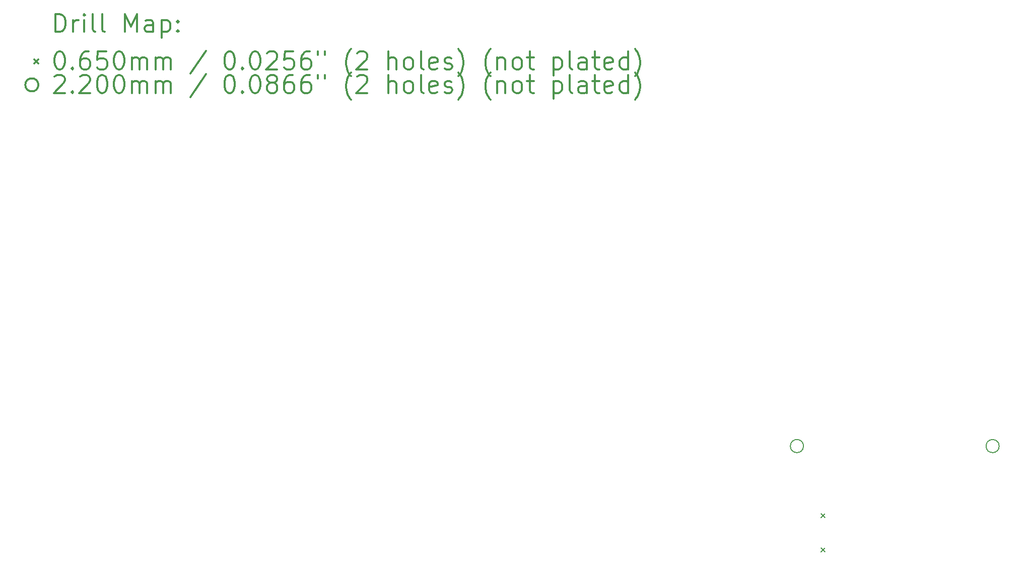
<source format=gbr>
%FSLAX45Y45*%
G04 Gerber Fmt 4.5, Leading zero omitted, Abs format (unit mm)*
G04 Created by KiCad (PCBNEW (5.1.10-1-10_14)) date 2021-09-30 00:00:13*
%MOMM*%
%LPD*%
G01*
G04 APERTURE LIST*
%ADD10C,0.200000*%
%ADD11C,0.300000*%
G04 APERTURE END LIST*
D10*
X13158640Y-8565960D02*
X13223640Y-8630960D01*
X13223640Y-8565960D02*
X13158640Y-8630960D01*
X13158640Y-9143960D02*
X13223640Y-9208960D01*
X13223640Y-9143960D02*
X13158640Y-9208960D01*
X12860800Y-7429500D02*
G75*
G03*
X12860800Y-7429500I-110000J0D01*
G01*
X16150100Y-7429500D02*
G75*
G03*
X16150100Y-7429500I-110000J0D01*
G01*
D11*
X286429Y-465714D02*
X286429Y-165714D01*
X357857Y-165714D01*
X400714Y-180000D01*
X429286Y-208571D01*
X443571Y-237143D01*
X457857Y-294286D01*
X457857Y-337143D01*
X443571Y-394286D01*
X429286Y-422857D01*
X400714Y-451428D01*
X357857Y-465714D01*
X286429Y-465714D01*
X586429Y-465714D02*
X586429Y-265714D01*
X586429Y-322857D02*
X600714Y-294286D01*
X615000Y-280000D01*
X643571Y-265714D01*
X672143Y-265714D01*
X772143Y-465714D02*
X772143Y-265714D01*
X772143Y-165714D02*
X757857Y-180000D01*
X772143Y-194286D01*
X786428Y-180000D01*
X772143Y-165714D01*
X772143Y-194286D01*
X957857Y-465714D02*
X929286Y-451428D01*
X915000Y-422857D01*
X915000Y-165714D01*
X1115000Y-465714D02*
X1086429Y-451428D01*
X1072143Y-422857D01*
X1072143Y-165714D01*
X1457857Y-465714D02*
X1457857Y-165714D01*
X1557857Y-380000D01*
X1657857Y-165714D01*
X1657857Y-465714D01*
X1929286Y-465714D02*
X1929286Y-308571D01*
X1915000Y-280000D01*
X1886428Y-265714D01*
X1829286Y-265714D01*
X1800714Y-280000D01*
X1929286Y-451428D02*
X1900714Y-465714D01*
X1829286Y-465714D01*
X1800714Y-451428D01*
X1786428Y-422857D01*
X1786428Y-394286D01*
X1800714Y-365714D01*
X1829286Y-351428D01*
X1900714Y-351428D01*
X1929286Y-337143D01*
X2072143Y-265714D02*
X2072143Y-565714D01*
X2072143Y-280000D02*
X2100714Y-265714D01*
X2157857Y-265714D01*
X2186429Y-280000D01*
X2200714Y-294286D01*
X2215000Y-322857D01*
X2215000Y-408571D01*
X2200714Y-437143D01*
X2186429Y-451428D01*
X2157857Y-465714D01*
X2100714Y-465714D01*
X2072143Y-451428D01*
X2343571Y-437143D02*
X2357857Y-451428D01*
X2343571Y-465714D01*
X2329286Y-451428D01*
X2343571Y-437143D01*
X2343571Y-465714D01*
X2343571Y-280000D02*
X2357857Y-294286D01*
X2343571Y-308571D01*
X2329286Y-294286D01*
X2343571Y-280000D01*
X2343571Y-308571D01*
X-65000Y-927500D02*
X0Y-992500D01*
X0Y-927500D02*
X-65000Y-992500D01*
X343571Y-795714D02*
X372143Y-795714D01*
X400714Y-810000D01*
X415000Y-824286D01*
X429286Y-852857D01*
X443571Y-910000D01*
X443571Y-981428D01*
X429286Y-1038571D01*
X415000Y-1067143D01*
X400714Y-1081429D01*
X372143Y-1095714D01*
X343571Y-1095714D01*
X315000Y-1081429D01*
X300714Y-1067143D01*
X286429Y-1038571D01*
X272143Y-981428D01*
X272143Y-910000D01*
X286429Y-852857D01*
X300714Y-824286D01*
X315000Y-810000D01*
X343571Y-795714D01*
X572143Y-1067143D02*
X586429Y-1081429D01*
X572143Y-1095714D01*
X557857Y-1081429D01*
X572143Y-1067143D01*
X572143Y-1095714D01*
X843571Y-795714D02*
X786428Y-795714D01*
X757857Y-810000D01*
X743571Y-824286D01*
X715000Y-867143D01*
X700714Y-924286D01*
X700714Y-1038571D01*
X715000Y-1067143D01*
X729286Y-1081429D01*
X757857Y-1095714D01*
X815000Y-1095714D01*
X843571Y-1081429D01*
X857857Y-1067143D01*
X872143Y-1038571D01*
X872143Y-967143D01*
X857857Y-938571D01*
X843571Y-924286D01*
X815000Y-910000D01*
X757857Y-910000D01*
X729286Y-924286D01*
X715000Y-938571D01*
X700714Y-967143D01*
X1143571Y-795714D02*
X1000714Y-795714D01*
X986428Y-938571D01*
X1000714Y-924286D01*
X1029286Y-910000D01*
X1100714Y-910000D01*
X1129286Y-924286D01*
X1143571Y-938571D01*
X1157857Y-967143D01*
X1157857Y-1038571D01*
X1143571Y-1067143D01*
X1129286Y-1081429D01*
X1100714Y-1095714D01*
X1029286Y-1095714D01*
X1000714Y-1081429D01*
X986428Y-1067143D01*
X1343571Y-795714D02*
X1372143Y-795714D01*
X1400714Y-810000D01*
X1415000Y-824286D01*
X1429286Y-852857D01*
X1443571Y-910000D01*
X1443571Y-981428D01*
X1429286Y-1038571D01*
X1415000Y-1067143D01*
X1400714Y-1081429D01*
X1372143Y-1095714D01*
X1343571Y-1095714D01*
X1315000Y-1081429D01*
X1300714Y-1067143D01*
X1286429Y-1038571D01*
X1272143Y-981428D01*
X1272143Y-910000D01*
X1286429Y-852857D01*
X1300714Y-824286D01*
X1315000Y-810000D01*
X1343571Y-795714D01*
X1572143Y-1095714D02*
X1572143Y-895714D01*
X1572143Y-924286D02*
X1586428Y-910000D01*
X1615000Y-895714D01*
X1657857Y-895714D01*
X1686428Y-910000D01*
X1700714Y-938571D01*
X1700714Y-1095714D01*
X1700714Y-938571D02*
X1715000Y-910000D01*
X1743571Y-895714D01*
X1786428Y-895714D01*
X1815000Y-910000D01*
X1829286Y-938571D01*
X1829286Y-1095714D01*
X1972143Y-1095714D02*
X1972143Y-895714D01*
X1972143Y-924286D02*
X1986428Y-910000D01*
X2015000Y-895714D01*
X2057857Y-895714D01*
X2086428Y-910000D01*
X2100714Y-938571D01*
X2100714Y-1095714D01*
X2100714Y-938571D02*
X2115000Y-910000D01*
X2143571Y-895714D01*
X2186429Y-895714D01*
X2215000Y-910000D01*
X2229286Y-938571D01*
X2229286Y-1095714D01*
X2815000Y-781428D02*
X2557857Y-1167143D01*
X3200714Y-795714D02*
X3229286Y-795714D01*
X3257857Y-810000D01*
X3272143Y-824286D01*
X3286428Y-852857D01*
X3300714Y-910000D01*
X3300714Y-981428D01*
X3286428Y-1038571D01*
X3272143Y-1067143D01*
X3257857Y-1081429D01*
X3229286Y-1095714D01*
X3200714Y-1095714D01*
X3172143Y-1081429D01*
X3157857Y-1067143D01*
X3143571Y-1038571D01*
X3129286Y-981428D01*
X3129286Y-910000D01*
X3143571Y-852857D01*
X3157857Y-824286D01*
X3172143Y-810000D01*
X3200714Y-795714D01*
X3429286Y-1067143D02*
X3443571Y-1081429D01*
X3429286Y-1095714D01*
X3415000Y-1081429D01*
X3429286Y-1067143D01*
X3429286Y-1095714D01*
X3629286Y-795714D02*
X3657857Y-795714D01*
X3686428Y-810000D01*
X3700714Y-824286D01*
X3715000Y-852857D01*
X3729286Y-910000D01*
X3729286Y-981428D01*
X3715000Y-1038571D01*
X3700714Y-1067143D01*
X3686428Y-1081429D01*
X3657857Y-1095714D01*
X3629286Y-1095714D01*
X3600714Y-1081429D01*
X3586428Y-1067143D01*
X3572143Y-1038571D01*
X3557857Y-981428D01*
X3557857Y-910000D01*
X3572143Y-852857D01*
X3586428Y-824286D01*
X3600714Y-810000D01*
X3629286Y-795714D01*
X3843571Y-824286D02*
X3857857Y-810000D01*
X3886428Y-795714D01*
X3957857Y-795714D01*
X3986428Y-810000D01*
X4000714Y-824286D01*
X4015000Y-852857D01*
X4015000Y-881428D01*
X4000714Y-924286D01*
X3829286Y-1095714D01*
X4015000Y-1095714D01*
X4286429Y-795714D02*
X4143571Y-795714D01*
X4129286Y-938571D01*
X4143571Y-924286D01*
X4172143Y-910000D01*
X4243571Y-910000D01*
X4272143Y-924286D01*
X4286429Y-938571D01*
X4300714Y-967143D01*
X4300714Y-1038571D01*
X4286429Y-1067143D01*
X4272143Y-1081429D01*
X4243571Y-1095714D01*
X4172143Y-1095714D01*
X4143571Y-1081429D01*
X4129286Y-1067143D01*
X4557857Y-795714D02*
X4500714Y-795714D01*
X4472143Y-810000D01*
X4457857Y-824286D01*
X4429286Y-867143D01*
X4415000Y-924286D01*
X4415000Y-1038571D01*
X4429286Y-1067143D01*
X4443571Y-1081429D01*
X4472143Y-1095714D01*
X4529286Y-1095714D01*
X4557857Y-1081429D01*
X4572143Y-1067143D01*
X4586429Y-1038571D01*
X4586429Y-967143D01*
X4572143Y-938571D01*
X4557857Y-924286D01*
X4529286Y-910000D01*
X4472143Y-910000D01*
X4443571Y-924286D01*
X4429286Y-938571D01*
X4415000Y-967143D01*
X4700714Y-795714D02*
X4700714Y-852857D01*
X4815000Y-795714D02*
X4815000Y-852857D01*
X5257857Y-1210000D02*
X5243571Y-1195714D01*
X5215000Y-1152857D01*
X5200714Y-1124286D01*
X5186429Y-1081429D01*
X5172143Y-1010000D01*
X5172143Y-952857D01*
X5186429Y-881428D01*
X5200714Y-838571D01*
X5215000Y-810000D01*
X5243571Y-767143D01*
X5257857Y-752857D01*
X5357857Y-824286D02*
X5372143Y-810000D01*
X5400714Y-795714D01*
X5472143Y-795714D01*
X5500714Y-810000D01*
X5515000Y-824286D01*
X5529286Y-852857D01*
X5529286Y-881428D01*
X5515000Y-924286D01*
X5343571Y-1095714D01*
X5529286Y-1095714D01*
X5886428Y-1095714D02*
X5886428Y-795714D01*
X6015000Y-1095714D02*
X6015000Y-938571D01*
X6000714Y-910000D01*
X5972143Y-895714D01*
X5929286Y-895714D01*
X5900714Y-910000D01*
X5886428Y-924286D01*
X6200714Y-1095714D02*
X6172143Y-1081429D01*
X6157857Y-1067143D01*
X6143571Y-1038571D01*
X6143571Y-952857D01*
X6157857Y-924286D01*
X6172143Y-910000D01*
X6200714Y-895714D01*
X6243571Y-895714D01*
X6272143Y-910000D01*
X6286428Y-924286D01*
X6300714Y-952857D01*
X6300714Y-1038571D01*
X6286428Y-1067143D01*
X6272143Y-1081429D01*
X6243571Y-1095714D01*
X6200714Y-1095714D01*
X6472143Y-1095714D02*
X6443571Y-1081429D01*
X6429286Y-1052857D01*
X6429286Y-795714D01*
X6700714Y-1081429D02*
X6672143Y-1095714D01*
X6615000Y-1095714D01*
X6586428Y-1081429D01*
X6572143Y-1052857D01*
X6572143Y-938571D01*
X6586428Y-910000D01*
X6615000Y-895714D01*
X6672143Y-895714D01*
X6700714Y-910000D01*
X6715000Y-938571D01*
X6715000Y-967143D01*
X6572143Y-995714D01*
X6829286Y-1081429D02*
X6857857Y-1095714D01*
X6915000Y-1095714D01*
X6943571Y-1081429D01*
X6957857Y-1052857D01*
X6957857Y-1038571D01*
X6943571Y-1010000D01*
X6915000Y-995714D01*
X6872143Y-995714D01*
X6843571Y-981428D01*
X6829286Y-952857D01*
X6829286Y-938571D01*
X6843571Y-910000D01*
X6872143Y-895714D01*
X6915000Y-895714D01*
X6943571Y-910000D01*
X7057857Y-1210000D02*
X7072143Y-1195714D01*
X7100714Y-1152857D01*
X7115000Y-1124286D01*
X7129286Y-1081429D01*
X7143571Y-1010000D01*
X7143571Y-952857D01*
X7129286Y-881428D01*
X7115000Y-838571D01*
X7100714Y-810000D01*
X7072143Y-767143D01*
X7057857Y-752857D01*
X7600714Y-1210000D02*
X7586428Y-1195714D01*
X7557857Y-1152857D01*
X7543571Y-1124286D01*
X7529286Y-1081429D01*
X7515000Y-1010000D01*
X7515000Y-952857D01*
X7529286Y-881428D01*
X7543571Y-838571D01*
X7557857Y-810000D01*
X7586428Y-767143D01*
X7600714Y-752857D01*
X7715000Y-895714D02*
X7715000Y-1095714D01*
X7715000Y-924286D02*
X7729286Y-910000D01*
X7757857Y-895714D01*
X7800714Y-895714D01*
X7829286Y-910000D01*
X7843571Y-938571D01*
X7843571Y-1095714D01*
X8029286Y-1095714D02*
X8000714Y-1081429D01*
X7986428Y-1067143D01*
X7972143Y-1038571D01*
X7972143Y-952857D01*
X7986428Y-924286D01*
X8000714Y-910000D01*
X8029286Y-895714D01*
X8072143Y-895714D01*
X8100714Y-910000D01*
X8115000Y-924286D01*
X8129286Y-952857D01*
X8129286Y-1038571D01*
X8115000Y-1067143D01*
X8100714Y-1081429D01*
X8072143Y-1095714D01*
X8029286Y-1095714D01*
X8215000Y-895714D02*
X8329286Y-895714D01*
X8257857Y-795714D02*
X8257857Y-1052857D01*
X8272143Y-1081429D01*
X8300714Y-1095714D01*
X8329286Y-1095714D01*
X8657857Y-895714D02*
X8657857Y-1195714D01*
X8657857Y-910000D02*
X8686429Y-895714D01*
X8743571Y-895714D01*
X8772143Y-910000D01*
X8786429Y-924286D01*
X8800714Y-952857D01*
X8800714Y-1038571D01*
X8786429Y-1067143D01*
X8772143Y-1081429D01*
X8743571Y-1095714D01*
X8686429Y-1095714D01*
X8657857Y-1081429D01*
X8972143Y-1095714D02*
X8943571Y-1081429D01*
X8929286Y-1052857D01*
X8929286Y-795714D01*
X9215000Y-1095714D02*
X9215000Y-938571D01*
X9200714Y-910000D01*
X9172143Y-895714D01*
X9115000Y-895714D01*
X9086429Y-910000D01*
X9215000Y-1081429D02*
X9186429Y-1095714D01*
X9115000Y-1095714D01*
X9086429Y-1081429D01*
X9072143Y-1052857D01*
X9072143Y-1024286D01*
X9086429Y-995714D01*
X9115000Y-981428D01*
X9186429Y-981428D01*
X9215000Y-967143D01*
X9315000Y-895714D02*
X9429286Y-895714D01*
X9357857Y-795714D02*
X9357857Y-1052857D01*
X9372143Y-1081429D01*
X9400714Y-1095714D01*
X9429286Y-1095714D01*
X9643571Y-1081429D02*
X9615000Y-1095714D01*
X9557857Y-1095714D01*
X9529286Y-1081429D01*
X9515000Y-1052857D01*
X9515000Y-938571D01*
X9529286Y-910000D01*
X9557857Y-895714D01*
X9615000Y-895714D01*
X9643571Y-910000D01*
X9657857Y-938571D01*
X9657857Y-967143D01*
X9515000Y-995714D01*
X9915000Y-1095714D02*
X9915000Y-795714D01*
X9915000Y-1081429D02*
X9886429Y-1095714D01*
X9829286Y-1095714D01*
X9800714Y-1081429D01*
X9786429Y-1067143D01*
X9772143Y-1038571D01*
X9772143Y-952857D01*
X9786429Y-924286D01*
X9800714Y-910000D01*
X9829286Y-895714D01*
X9886429Y-895714D01*
X9915000Y-910000D01*
X10029286Y-1210000D02*
X10043571Y-1195714D01*
X10072143Y-1152857D01*
X10086429Y-1124286D01*
X10100714Y-1081429D01*
X10115000Y-1010000D01*
X10115000Y-952857D01*
X10100714Y-881428D01*
X10086429Y-838571D01*
X10072143Y-810000D01*
X10043571Y-767143D01*
X10029286Y-752857D01*
X0Y-1356000D02*
G75*
G03*
X0Y-1356000I-110000J0D01*
G01*
X272143Y-1220286D02*
X286429Y-1206000D01*
X315000Y-1191714D01*
X386428Y-1191714D01*
X415000Y-1206000D01*
X429286Y-1220286D01*
X443571Y-1248857D01*
X443571Y-1277429D01*
X429286Y-1320286D01*
X257857Y-1491714D01*
X443571Y-1491714D01*
X572143Y-1463143D02*
X586429Y-1477428D01*
X572143Y-1491714D01*
X557857Y-1477428D01*
X572143Y-1463143D01*
X572143Y-1491714D01*
X700714Y-1220286D02*
X715000Y-1206000D01*
X743571Y-1191714D01*
X815000Y-1191714D01*
X843571Y-1206000D01*
X857857Y-1220286D01*
X872143Y-1248857D01*
X872143Y-1277429D01*
X857857Y-1320286D01*
X686429Y-1491714D01*
X872143Y-1491714D01*
X1057857Y-1191714D02*
X1086429Y-1191714D01*
X1115000Y-1206000D01*
X1129286Y-1220286D01*
X1143571Y-1248857D01*
X1157857Y-1306000D01*
X1157857Y-1377429D01*
X1143571Y-1434571D01*
X1129286Y-1463143D01*
X1115000Y-1477428D01*
X1086429Y-1491714D01*
X1057857Y-1491714D01*
X1029286Y-1477428D01*
X1015000Y-1463143D01*
X1000714Y-1434571D01*
X986428Y-1377429D01*
X986428Y-1306000D01*
X1000714Y-1248857D01*
X1015000Y-1220286D01*
X1029286Y-1206000D01*
X1057857Y-1191714D01*
X1343571Y-1191714D02*
X1372143Y-1191714D01*
X1400714Y-1206000D01*
X1415000Y-1220286D01*
X1429286Y-1248857D01*
X1443571Y-1306000D01*
X1443571Y-1377429D01*
X1429286Y-1434571D01*
X1415000Y-1463143D01*
X1400714Y-1477428D01*
X1372143Y-1491714D01*
X1343571Y-1491714D01*
X1315000Y-1477428D01*
X1300714Y-1463143D01*
X1286429Y-1434571D01*
X1272143Y-1377429D01*
X1272143Y-1306000D01*
X1286429Y-1248857D01*
X1300714Y-1220286D01*
X1315000Y-1206000D01*
X1343571Y-1191714D01*
X1572143Y-1491714D02*
X1572143Y-1291714D01*
X1572143Y-1320286D02*
X1586428Y-1306000D01*
X1615000Y-1291714D01*
X1657857Y-1291714D01*
X1686428Y-1306000D01*
X1700714Y-1334571D01*
X1700714Y-1491714D01*
X1700714Y-1334571D02*
X1715000Y-1306000D01*
X1743571Y-1291714D01*
X1786428Y-1291714D01*
X1815000Y-1306000D01*
X1829286Y-1334571D01*
X1829286Y-1491714D01*
X1972143Y-1491714D02*
X1972143Y-1291714D01*
X1972143Y-1320286D02*
X1986428Y-1306000D01*
X2015000Y-1291714D01*
X2057857Y-1291714D01*
X2086428Y-1306000D01*
X2100714Y-1334571D01*
X2100714Y-1491714D01*
X2100714Y-1334571D02*
X2115000Y-1306000D01*
X2143571Y-1291714D01*
X2186429Y-1291714D01*
X2215000Y-1306000D01*
X2229286Y-1334571D01*
X2229286Y-1491714D01*
X2815000Y-1177429D02*
X2557857Y-1563143D01*
X3200714Y-1191714D02*
X3229286Y-1191714D01*
X3257857Y-1206000D01*
X3272143Y-1220286D01*
X3286428Y-1248857D01*
X3300714Y-1306000D01*
X3300714Y-1377429D01*
X3286428Y-1434571D01*
X3272143Y-1463143D01*
X3257857Y-1477428D01*
X3229286Y-1491714D01*
X3200714Y-1491714D01*
X3172143Y-1477428D01*
X3157857Y-1463143D01*
X3143571Y-1434571D01*
X3129286Y-1377429D01*
X3129286Y-1306000D01*
X3143571Y-1248857D01*
X3157857Y-1220286D01*
X3172143Y-1206000D01*
X3200714Y-1191714D01*
X3429286Y-1463143D02*
X3443571Y-1477428D01*
X3429286Y-1491714D01*
X3415000Y-1477428D01*
X3429286Y-1463143D01*
X3429286Y-1491714D01*
X3629286Y-1191714D02*
X3657857Y-1191714D01*
X3686428Y-1206000D01*
X3700714Y-1220286D01*
X3715000Y-1248857D01*
X3729286Y-1306000D01*
X3729286Y-1377429D01*
X3715000Y-1434571D01*
X3700714Y-1463143D01*
X3686428Y-1477428D01*
X3657857Y-1491714D01*
X3629286Y-1491714D01*
X3600714Y-1477428D01*
X3586428Y-1463143D01*
X3572143Y-1434571D01*
X3557857Y-1377429D01*
X3557857Y-1306000D01*
X3572143Y-1248857D01*
X3586428Y-1220286D01*
X3600714Y-1206000D01*
X3629286Y-1191714D01*
X3900714Y-1320286D02*
X3872143Y-1306000D01*
X3857857Y-1291714D01*
X3843571Y-1263143D01*
X3843571Y-1248857D01*
X3857857Y-1220286D01*
X3872143Y-1206000D01*
X3900714Y-1191714D01*
X3957857Y-1191714D01*
X3986428Y-1206000D01*
X4000714Y-1220286D01*
X4015000Y-1248857D01*
X4015000Y-1263143D01*
X4000714Y-1291714D01*
X3986428Y-1306000D01*
X3957857Y-1320286D01*
X3900714Y-1320286D01*
X3872143Y-1334571D01*
X3857857Y-1348857D01*
X3843571Y-1377429D01*
X3843571Y-1434571D01*
X3857857Y-1463143D01*
X3872143Y-1477428D01*
X3900714Y-1491714D01*
X3957857Y-1491714D01*
X3986428Y-1477428D01*
X4000714Y-1463143D01*
X4015000Y-1434571D01*
X4015000Y-1377429D01*
X4000714Y-1348857D01*
X3986428Y-1334571D01*
X3957857Y-1320286D01*
X4272143Y-1191714D02*
X4215000Y-1191714D01*
X4186428Y-1206000D01*
X4172143Y-1220286D01*
X4143571Y-1263143D01*
X4129286Y-1320286D01*
X4129286Y-1434571D01*
X4143571Y-1463143D01*
X4157857Y-1477428D01*
X4186428Y-1491714D01*
X4243571Y-1491714D01*
X4272143Y-1477428D01*
X4286429Y-1463143D01*
X4300714Y-1434571D01*
X4300714Y-1363143D01*
X4286429Y-1334571D01*
X4272143Y-1320286D01*
X4243571Y-1306000D01*
X4186428Y-1306000D01*
X4157857Y-1320286D01*
X4143571Y-1334571D01*
X4129286Y-1363143D01*
X4557857Y-1191714D02*
X4500714Y-1191714D01*
X4472143Y-1206000D01*
X4457857Y-1220286D01*
X4429286Y-1263143D01*
X4415000Y-1320286D01*
X4415000Y-1434571D01*
X4429286Y-1463143D01*
X4443571Y-1477428D01*
X4472143Y-1491714D01*
X4529286Y-1491714D01*
X4557857Y-1477428D01*
X4572143Y-1463143D01*
X4586429Y-1434571D01*
X4586429Y-1363143D01*
X4572143Y-1334571D01*
X4557857Y-1320286D01*
X4529286Y-1306000D01*
X4472143Y-1306000D01*
X4443571Y-1320286D01*
X4429286Y-1334571D01*
X4415000Y-1363143D01*
X4700714Y-1191714D02*
X4700714Y-1248857D01*
X4815000Y-1191714D02*
X4815000Y-1248857D01*
X5257857Y-1606000D02*
X5243571Y-1591714D01*
X5215000Y-1548857D01*
X5200714Y-1520286D01*
X5186429Y-1477428D01*
X5172143Y-1406000D01*
X5172143Y-1348857D01*
X5186429Y-1277429D01*
X5200714Y-1234571D01*
X5215000Y-1206000D01*
X5243571Y-1163143D01*
X5257857Y-1148857D01*
X5357857Y-1220286D02*
X5372143Y-1206000D01*
X5400714Y-1191714D01*
X5472143Y-1191714D01*
X5500714Y-1206000D01*
X5515000Y-1220286D01*
X5529286Y-1248857D01*
X5529286Y-1277429D01*
X5515000Y-1320286D01*
X5343571Y-1491714D01*
X5529286Y-1491714D01*
X5886428Y-1491714D02*
X5886428Y-1191714D01*
X6015000Y-1491714D02*
X6015000Y-1334571D01*
X6000714Y-1306000D01*
X5972143Y-1291714D01*
X5929286Y-1291714D01*
X5900714Y-1306000D01*
X5886428Y-1320286D01*
X6200714Y-1491714D02*
X6172143Y-1477428D01*
X6157857Y-1463143D01*
X6143571Y-1434571D01*
X6143571Y-1348857D01*
X6157857Y-1320286D01*
X6172143Y-1306000D01*
X6200714Y-1291714D01*
X6243571Y-1291714D01*
X6272143Y-1306000D01*
X6286428Y-1320286D01*
X6300714Y-1348857D01*
X6300714Y-1434571D01*
X6286428Y-1463143D01*
X6272143Y-1477428D01*
X6243571Y-1491714D01*
X6200714Y-1491714D01*
X6472143Y-1491714D02*
X6443571Y-1477428D01*
X6429286Y-1448857D01*
X6429286Y-1191714D01*
X6700714Y-1477428D02*
X6672143Y-1491714D01*
X6615000Y-1491714D01*
X6586428Y-1477428D01*
X6572143Y-1448857D01*
X6572143Y-1334571D01*
X6586428Y-1306000D01*
X6615000Y-1291714D01*
X6672143Y-1291714D01*
X6700714Y-1306000D01*
X6715000Y-1334571D01*
X6715000Y-1363143D01*
X6572143Y-1391714D01*
X6829286Y-1477428D02*
X6857857Y-1491714D01*
X6915000Y-1491714D01*
X6943571Y-1477428D01*
X6957857Y-1448857D01*
X6957857Y-1434571D01*
X6943571Y-1406000D01*
X6915000Y-1391714D01*
X6872143Y-1391714D01*
X6843571Y-1377429D01*
X6829286Y-1348857D01*
X6829286Y-1334571D01*
X6843571Y-1306000D01*
X6872143Y-1291714D01*
X6915000Y-1291714D01*
X6943571Y-1306000D01*
X7057857Y-1606000D02*
X7072143Y-1591714D01*
X7100714Y-1548857D01*
X7115000Y-1520286D01*
X7129286Y-1477428D01*
X7143571Y-1406000D01*
X7143571Y-1348857D01*
X7129286Y-1277429D01*
X7115000Y-1234571D01*
X7100714Y-1206000D01*
X7072143Y-1163143D01*
X7057857Y-1148857D01*
X7600714Y-1606000D02*
X7586428Y-1591714D01*
X7557857Y-1548857D01*
X7543571Y-1520286D01*
X7529286Y-1477428D01*
X7515000Y-1406000D01*
X7515000Y-1348857D01*
X7529286Y-1277429D01*
X7543571Y-1234571D01*
X7557857Y-1206000D01*
X7586428Y-1163143D01*
X7600714Y-1148857D01*
X7715000Y-1291714D02*
X7715000Y-1491714D01*
X7715000Y-1320286D02*
X7729286Y-1306000D01*
X7757857Y-1291714D01*
X7800714Y-1291714D01*
X7829286Y-1306000D01*
X7843571Y-1334571D01*
X7843571Y-1491714D01*
X8029286Y-1491714D02*
X8000714Y-1477428D01*
X7986428Y-1463143D01*
X7972143Y-1434571D01*
X7972143Y-1348857D01*
X7986428Y-1320286D01*
X8000714Y-1306000D01*
X8029286Y-1291714D01*
X8072143Y-1291714D01*
X8100714Y-1306000D01*
X8115000Y-1320286D01*
X8129286Y-1348857D01*
X8129286Y-1434571D01*
X8115000Y-1463143D01*
X8100714Y-1477428D01*
X8072143Y-1491714D01*
X8029286Y-1491714D01*
X8215000Y-1291714D02*
X8329286Y-1291714D01*
X8257857Y-1191714D02*
X8257857Y-1448857D01*
X8272143Y-1477428D01*
X8300714Y-1491714D01*
X8329286Y-1491714D01*
X8657857Y-1291714D02*
X8657857Y-1591714D01*
X8657857Y-1306000D02*
X8686429Y-1291714D01*
X8743571Y-1291714D01*
X8772143Y-1306000D01*
X8786429Y-1320286D01*
X8800714Y-1348857D01*
X8800714Y-1434571D01*
X8786429Y-1463143D01*
X8772143Y-1477428D01*
X8743571Y-1491714D01*
X8686429Y-1491714D01*
X8657857Y-1477428D01*
X8972143Y-1491714D02*
X8943571Y-1477428D01*
X8929286Y-1448857D01*
X8929286Y-1191714D01*
X9215000Y-1491714D02*
X9215000Y-1334571D01*
X9200714Y-1306000D01*
X9172143Y-1291714D01*
X9115000Y-1291714D01*
X9086429Y-1306000D01*
X9215000Y-1477428D02*
X9186429Y-1491714D01*
X9115000Y-1491714D01*
X9086429Y-1477428D01*
X9072143Y-1448857D01*
X9072143Y-1420286D01*
X9086429Y-1391714D01*
X9115000Y-1377429D01*
X9186429Y-1377429D01*
X9215000Y-1363143D01*
X9315000Y-1291714D02*
X9429286Y-1291714D01*
X9357857Y-1191714D02*
X9357857Y-1448857D01*
X9372143Y-1477428D01*
X9400714Y-1491714D01*
X9429286Y-1491714D01*
X9643571Y-1477428D02*
X9615000Y-1491714D01*
X9557857Y-1491714D01*
X9529286Y-1477428D01*
X9515000Y-1448857D01*
X9515000Y-1334571D01*
X9529286Y-1306000D01*
X9557857Y-1291714D01*
X9615000Y-1291714D01*
X9643571Y-1306000D01*
X9657857Y-1334571D01*
X9657857Y-1363143D01*
X9515000Y-1391714D01*
X9915000Y-1491714D02*
X9915000Y-1191714D01*
X9915000Y-1477428D02*
X9886429Y-1491714D01*
X9829286Y-1491714D01*
X9800714Y-1477428D01*
X9786429Y-1463143D01*
X9772143Y-1434571D01*
X9772143Y-1348857D01*
X9786429Y-1320286D01*
X9800714Y-1306000D01*
X9829286Y-1291714D01*
X9886429Y-1291714D01*
X9915000Y-1306000D01*
X10029286Y-1606000D02*
X10043571Y-1591714D01*
X10072143Y-1548857D01*
X10086429Y-1520286D01*
X10100714Y-1477428D01*
X10115000Y-1406000D01*
X10115000Y-1348857D01*
X10100714Y-1277429D01*
X10086429Y-1234571D01*
X10072143Y-1206000D01*
X10043571Y-1163143D01*
X10029286Y-1148857D01*
M02*

</source>
